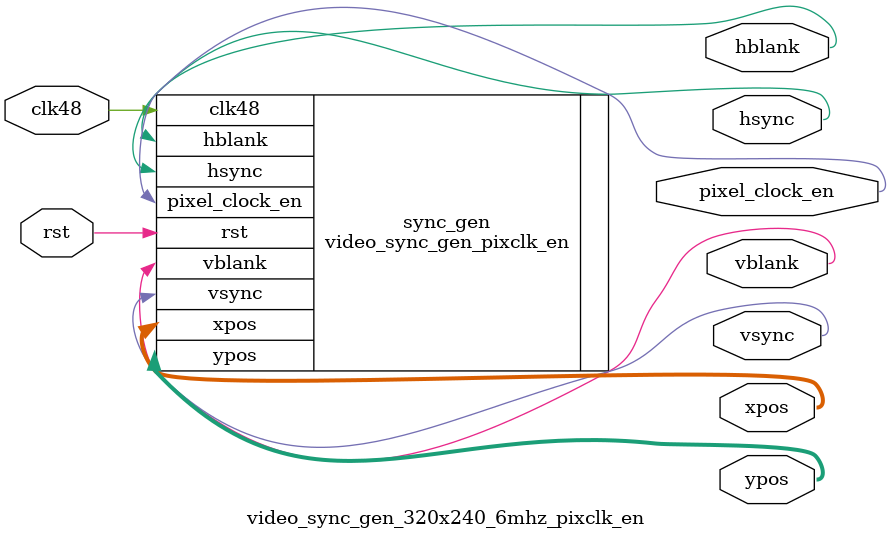
<source format=sv>
`default_nettype none

module video_sync_gen_320x240_6mhz_pixclk_en (
  input  logic clk48, input logic rst,
  output logic pixel_clock_en,
  output logic [8:0] xpos, output logic [7:0] ypos,
  output logic hblank, vblank, hsync, vsync
);
  video_sync_gen_pixclk_en #(
    .H_TOTAL(384), .H_ACTIVE(320), .H_FP(8), .H_SYNC(32), .H_BP(24),
    .V_TOTAL(262), .V_ACTIVE(240), .V_FP(4), .V_SYNC(3),  .V_BP(15),
    .HSYNC_ACTIVE_LOW(0), .VSYNC_ACTIVE_LOW(0)
  ) sync_gen (
    .clk48(clk48), 
    .rst(rst),
    .pixel_clock_en(pixel_clock_en),
    .xpos(xpos), 
    .ypos(ypos), 
    .hblank(hblank), 
    .vblank(vblank), 
    .hsync(hsync), 
    .vsync(vsync)
  );
endmodule
</source>
